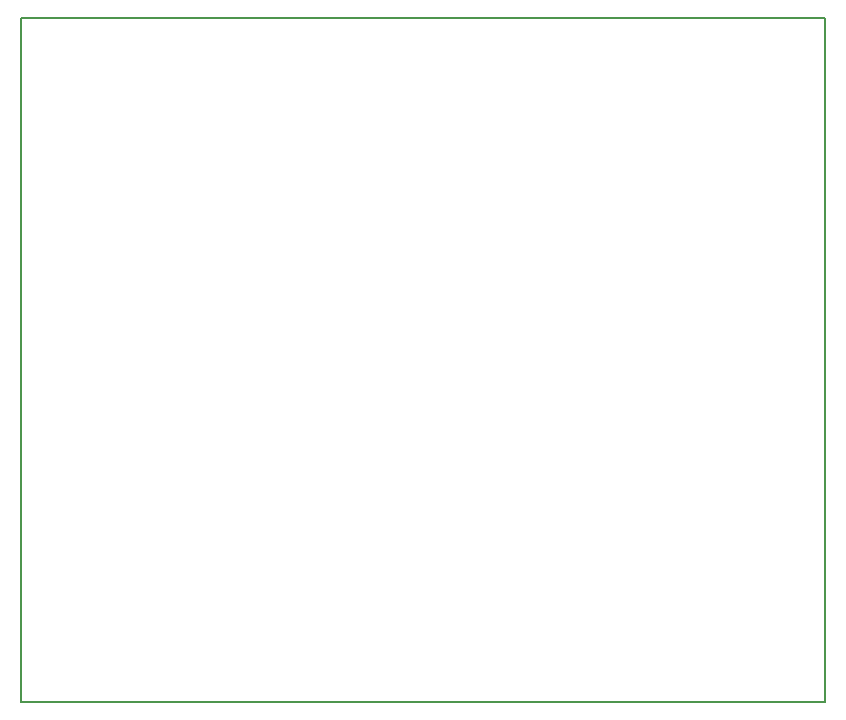
<source format=gbr>
G04 #@! TF.FileFunction,Profile,NP*
%FSLAX46Y46*%
G04 Gerber Fmt 4.6, Leading zero omitted, Abs format (unit mm)*
G04 Created by KiCad (PCBNEW 4.0.7) date 01/30/18 23:23:01*
%MOMM*%
%LPD*%
G01*
G04 APERTURE LIST*
%ADD10C,0.100000*%
%ADD11C,0.150000*%
G04 APERTURE END LIST*
D10*
D11*
X20320000Y-80264000D02*
X20320000Y-22352000D01*
X88392000Y-80264000D02*
X20320000Y-80264000D01*
X88392000Y-79756000D02*
X88392000Y-80264000D01*
X88392000Y-78740000D02*
X88392000Y-79756000D01*
X88392000Y-22352000D02*
X88392000Y-78740000D01*
X20320000Y-22352000D02*
X88392000Y-22352000D01*
M02*

</source>
